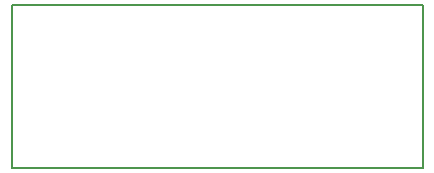
<source format=gm1>
G04 MADE WITH FRITZING*
G04 WWW.FRITZING.ORG*
G04 DOUBLE SIDED*
G04 HOLES PLATED*
G04 CONTOUR ON CENTER OF CONTOUR VECTOR*
%ASAXBY*%
%FSLAX23Y23*%
%MOIN*%
%OFA0B0*%
%SFA1.0B1.0*%
%ADD10R,1.377950X0.551181*%
%ADD11C,0.008000*%
%ADD10C,0.008*%
%LNCONTOUR*%
G90*
G70*
G54D10*
G54D11*
X4Y547D02*
X1374Y547D01*
X1374Y4D01*
X4Y4D01*
X4Y547D01*
D02*
G04 End of contour*
M02*
</source>
